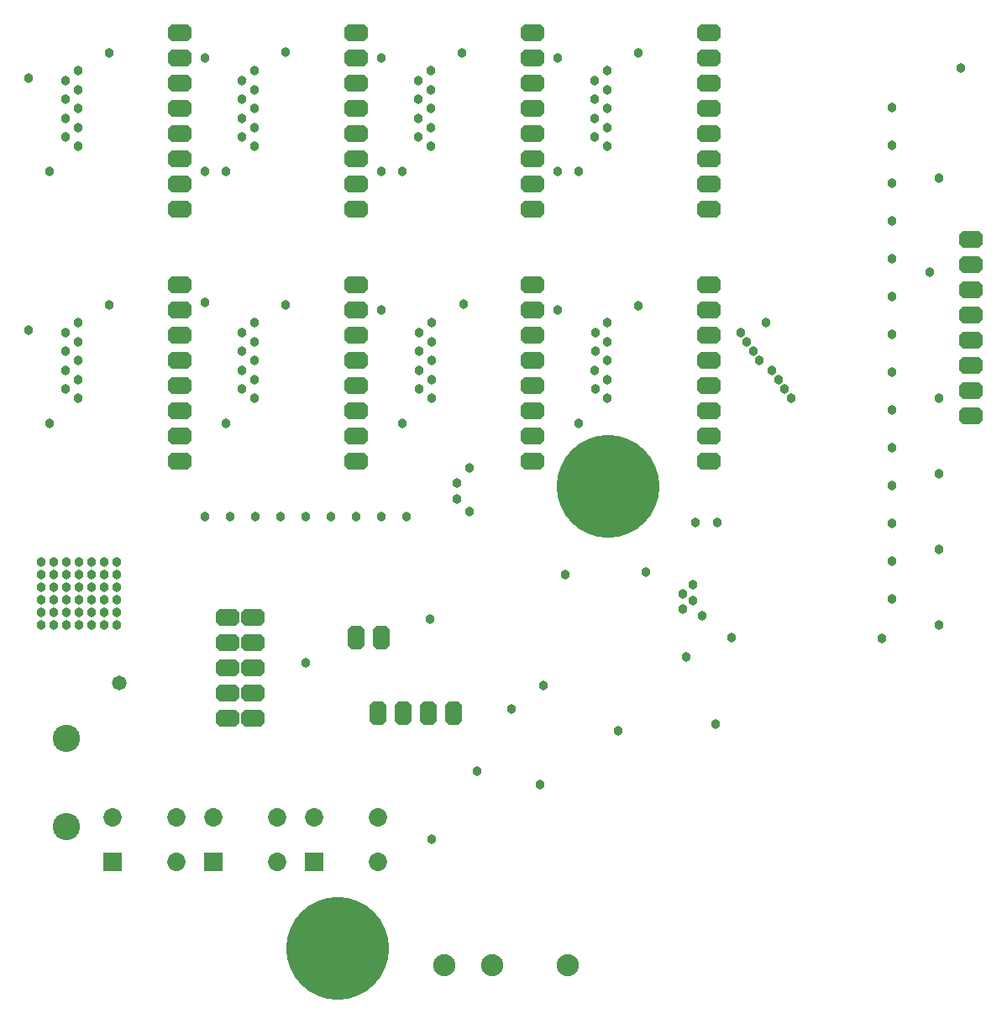
<source format=gbs>
%FSTAX23Y23*%
%MOIN*%
%SFA1B1*%

%IPPOS*%
%AMD68*
4,1,8,0.046500,-0.017000,0.046500,0.017000,0.029500,0.034000,-0.029500,0.034000,-0.046500,0.017000,-0.046500,-0.017000,-0.029500,-0.034000,0.029500,-0.034000,0.046500,-0.017000,0.0*
%
%AMD69*
4,1,8,-0.017000,-0.046500,0.017000,-0.046500,0.034000,-0.029500,0.034000,0.029500,0.017000,0.046500,-0.017000,0.046500,-0.034000,0.029500,-0.034000,-0.029500,-0.017000,-0.046500,0.0*
%
%ADD66R,0.072960X0.072960*%
%ADD67C,0.072960*%
G04~CAMADD=68~4~0.0~0.0~680.0~930.0~0.0~170.0~0~0.0~0.0~0.0~0.0~0~0.0~0.0~0.0~0.0~0~0.0~0.0~0.0~270.0~930.0~680.0*
%ADD68D68*%
G04~CAMADD=69~4~0.0~0.0~680.0~930.0~0.0~170.0~0~0.0~0.0~0.0~0.0~0~0.0~0.0~0.0~0.0~0~0.0~0.0~0.0~180.0~680.0~930.0*
%ADD69D69*%
%ADD70C,0.088000*%
%ADD71C,0.108000*%
%ADD72C,0.038000*%
%ADD73C,0.408000*%
%ADD74C,0.058000*%
%LNledcube-1*%
%LPD*%
G54D66*
X01432Y01611D03*
X01832D03*
X02232D03*
G54D67*
X01432Y01788D03*
X01687D03*
Y01611D03*
X01832Y01788D03*
X02087D03*
Y01611D03*
X02487D03*
Y01788D03*
X02232D03*
G54D68*
X038Y032D03*
Y033D03*
Y034D03*
Y035D03*
Y036D03*
Y037D03*
Y038D03*
Y039D03*
X031Y032D03*
Y033D03*
Y034D03*
Y035D03*
Y036D03*
Y037D03*
Y038D03*
Y039D03*
X024Y032D03*
Y033D03*
Y034D03*
Y035D03*
Y036D03*
Y037D03*
Y038D03*
Y039D03*
X017Y032D03*
Y033D03*
Y034D03*
Y035D03*
Y036D03*
Y037D03*
Y038D03*
Y039D03*
X038Y042D03*
Y043D03*
Y044D03*
Y045D03*
Y046D03*
Y047D03*
Y048D03*
Y049D03*
X031Y042D03*
Y043D03*
Y044D03*
Y045D03*
Y046D03*
Y047D03*
Y048D03*
Y049D03*
X024Y042D03*
Y043D03*
Y044D03*
Y045D03*
Y046D03*
Y047D03*
Y048D03*
Y049D03*
X017Y042D03*
Y043D03*
Y044D03*
Y045D03*
Y046D03*
Y047D03*
Y048D03*
Y049D03*
X0189Y0258D03*
Y0248D03*
Y0238D03*
Y0228D03*
Y0218D03*
X0199Y0258D03*
Y0248D03*
Y0238D03*
Y0228D03*
Y0218D03*
X0484Y0408D03*
Y0398D03*
Y0388D03*
Y0378D03*
Y0368D03*
Y0358D03*
Y0348D03*
Y0338D03*
G54D69*
X025Y025D03*
X024D03*
X02785Y022D03*
X02685D03*
X02585D03*
X02485D03*
G54D70*
X0324Y012D03*
X0275D03*
X0294D03*
G54D71*
X0125Y0175D03*
Y021D03*
G54D72*
X0145Y0255D03*
Y026D03*
X0125Y0265D03*
X013D03*
X0135D03*
X014D03*
X0145D03*
Y027D03*
X014D03*
X0135D03*
X013D03*
X0125D03*
X012D03*
Y0275D03*
X0125D03*
X013D03*
X0135D03*
X014D03*
X0145D03*
Y028D03*
X014D03*
X0135D03*
X012Y0265D03*
Y026D03*
X0125D03*
X013D03*
X0135D03*
X014D03*
Y0255D03*
X0135D03*
X013D03*
X0125D03*
X012D03*
X0115Y0275D03*
Y027D03*
Y0265D03*
Y026D03*
Y0255D03*
X04526Y04604D03*
Y04454D03*
Y04304D03*
Y04154D03*
Y04004D03*
Y03854D03*
Y03704D03*
Y03554D03*
Y03404D03*
Y03254D03*
Y03104D03*
Y02954D03*
Y02804D03*
Y02654D03*
X04487Y02499D03*
X03129Y01919D03*
X03017Y02217D03*
X0288Y0197D03*
X0344Y0213D03*
X032Y0435D03*
X025D03*
X018D03*
X01181Y03351D03*
X01881D03*
X02581D03*
X03281D03*
Y04351D03*
X02581D03*
X01881D03*
X01181D03*
X025Y048D03*
X032D03*
X018D03*
X011Y0472D03*
Y0372D03*
X018Y0383D03*
X032Y038D03*
X025D03*
X0323Y0275D03*
X03142Y02312D03*
X027Y017D03*
X0389Y025D03*
X03827Y02157D03*
X03832Y02957D03*
X03747D03*
X03695Y02615D03*
Y02675D03*
X03735Y0271D03*
Y02647D03*
X0371Y02425D03*
X04712Y02552D03*
Y02852D03*
Y03152D03*
Y03452D03*
X04675Y0395D03*
X04712Y04325D03*
X048Y0476D03*
X03397Y03675D03*
Y036D03*
Y03525D03*
Y0345D03*
X0335Y03487D03*
X03347Y03562D03*
X03348Y03637D03*
X03349Y03712D03*
X0265D03*
Y03637D03*
X027Y036D03*
X0265Y03562D03*
X027Y03525D03*
X0265Y03487D03*
X027Y0345D03*
X03397Y0375D03*
X027D03*
X01997D03*
X01947Y03487D03*
X01997Y03525D03*
X01947Y03562D03*
X01997Y036D03*
X01947Y03637D03*
X01997Y03675D03*
X01947Y03712D03*
X01297Y0375D03*
Y0345D03*
Y03525D03*
X01247Y03562D03*
X01297Y036D03*
X01247Y03637D03*
X01297Y03675D03*
X01247Y03712D03*
X01297Y0475D03*
Y0445D03*
X01247Y04487D03*
X01297Y04525D03*
X01247Y04562D03*
X01297Y046D03*
X01247Y04637D03*
X01297Y04675D03*
X01247Y04712D03*
X01997Y0475D03*
Y0445D03*
X01947Y04487D03*
X01997Y04525D03*
X01947Y04562D03*
X01997Y046D03*
X01947Y04637D03*
X01997Y04675D03*
X01947Y04712D03*
X02697Y0475D03*
Y0445D03*
X02647Y04487D03*
X02697Y04525D03*
X02647Y04562D03*
X02697Y046D03*
X02647Y04637D03*
X02697Y04675D03*
X02647Y04712D03*
X03397Y0475D03*
Y0445D03*
X03347Y04487D03*
X03397Y04525D03*
X03347Y04562D03*
X03397Y046D03*
X03347Y04637D03*
X03397Y04675D03*
X03347Y04712D03*
X04125Y0345D03*
X04075Y03525D03*
X0395Y03675D03*
X04025Y0375D03*
X041Y03487D03*
X0405Y03562D03*
X03975Y03637D03*
X03925Y03712D03*
X04Y036D03*
X027Y03675D03*
X01247Y03487D03*
X0285Y03D03*
X028Y0305D03*
X0285Y03175D03*
X028Y03115D03*
X03518Y03818D03*
X02825Y03825D03*
X02118Y03823D03*
X01418Y03821D03*
X01997Y0345D03*
X01418Y04821D03*
X02118Y04826D03*
X02818Y04821D03*
X03518D03*
X022Y024D03*
X03771Y02588D03*
X0355Y0276D03*
X02693Y02575D03*
X013Y028D03*
X0125D03*
X012D03*
X0115D03*
X018Y0298D03*
X019D03*
X02D03*
X021D03*
X022D03*
X023D03*
X024D03*
X025D03*
X026D03*
G54D73*
X034Y031D03*
X02326Y01269D03*
G54D74*
X0146Y0232D03*
M02*
</source>
